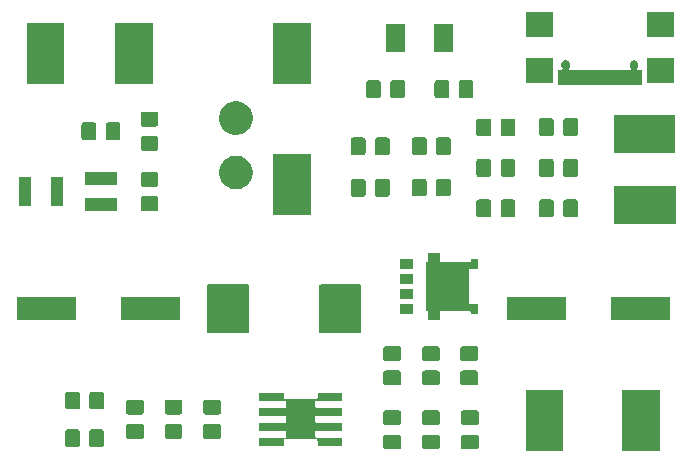
<source format=gbr>
G04 #@! TF.GenerationSoftware,KiCad,Pcbnew,(5.1.5)-3*
G04 #@! TF.CreationDate,2020-06-11T09:31:08-05:00*
G04 #@! TF.ProjectId,Li-ion 5A Boost 1A Charge Protect,4c692d69-6f6e-4203-9541-20426f6f7374,rev?*
G04 #@! TF.SameCoordinates,Original*
G04 #@! TF.FileFunction,Soldermask,Top*
G04 #@! TF.FilePolarity,Negative*
%FSLAX46Y46*%
G04 Gerber Fmt 4.6, Leading zero omitted, Abs format (unit mm)*
G04 Created by KiCad (PCBNEW (5.1.5)-3) date 2020-06-11 09:31:08*
%MOMM*%
%LPD*%
G04 APERTURE LIST*
%ADD10C,0.100000*%
G04 APERTURE END LIST*
D10*
G36*
X171501600Y-89706600D02*
G01*
X168298400Y-89706600D01*
X168298400Y-84503400D01*
X171501600Y-84503400D01*
X171501600Y-89706600D01*
G37*
G36*
X163351600Y-89706600D02*
G01*
X160148400Y-89706600D01*
X160148400Y-84503400D01*
X163351600Y-84503400D01*
X163351600Y-89706600D01*
G37*
G36*
X152732424Y-88287465D02*
G01*
X152770117Y-88298899D01*
X152804853Y-88317466D01*
X152835298Y-88342452D01*
X152860284Y-88372897D01*
X152878851Y-88407633D01*
X152890285Y-88445326D01*
X152894750Y-88490661D01*
X152894750Y-89327339D01*
X152890285Y-89372674D01*
X152878851Y-89410367D01*
X152860284Y-89445103D01*
X152835298Y-89475548D01*
X152804853Y-89500534D01*
X152770117Y-89519101D01*
X152732424Y-89530535D01*
X152687089Y-89535000D01*
X151600411Y-89535000D01*
X151555076Y-89530535D01*
X151517383Y-89519101D01*
X151482647Y-89500534D01*
X151452202Y-89475548D01*
X151427216Y-89445103D01*
X151408649Y-89410367D01*
X151397215Y-89372674D01*
X151392750Y-89327339D01*
X151392750Y-88490661D01*
X151397215Y-88445326D01*
X151408649Y-88407633D01*
X151427216Y-88372897D01*
X151452202Y-88342452D01*
X151482647Y-88317466D01*
X151517383Y-88298899D01*
X151555076Y-88287465D01*
X151600411Y-88283000D01*
X152687089Y-88283000D01*
X152732424Y-88287465D01*
G37*
G36*
X156015674Y-88287465D02*
G01*
X156053367Y-88298899D01*
X156088103Y-88317466D01*
X156118548Y-88342452D01*
X156143534Y-88372897D01*
X156162101Y-88407633D01*
X156173535Y-88445326D01*
X156178000Y-88490661D01*
X156178000Y-89327339D01*
X156173535Y-89372674D01*
X156162101Y-89410367D01*
X156143534Y-89445103D01*
X156118548Y-89475548D01*
X156088103Y-89500534D01*
X156053367Y-89519101D01*
X156015674Y-89530535D01*
X155970339Y-89535000D01*
X154883661Y-89535000D01*
X154838326Y-89530535D01*
X154800633Y-89519101D01*
X154765897Y-89500534D01*
X154735452Y-89475548D01*
X154710466Y-89445103D01*
X154691899Y-89410367D01*
X154680465Y-89372674D01*
X154676000Y-89327339D01*
X154676000Y-88490661D01*
X154680465Y-88445326D01*
X154691899Y-88407633D01*
X154710466Y-88372897D01*
X154735452Y-88342452D01*
X154765897Y-88317466D01*
X154800633Y-88298899D01*
X154838326Y-88287465D01*
X154883661Y-88283000D01*
X155970339Y-88283000D01*
X156015674Y-88287465D01*
G37*
G36*
X149449174Y-88287465D02*
G01*
X149486867Y-88298899D01*
X149521603Y-88317466D01*
X149552048Y-88342452D01*
X149577034Y-88372897D01*
X149595601Y-88407633D01*
X149607035Y-88445326D01*
X149611500Y-88490661D01*
X149611500Y-89327339D01*
X149607035Y-89372674D01*
X149595601Y-89410367D01*
X149577034Y-89445103D01*
X149552048Y-89475548D01*
X149521603Y-89500534D01*
X149486867Y-89519101D01*
X149449174Y-89530535D01*
X149403839Y-89535000D01*
X148317161Y-89535000D01*
X148271826Y-89530535D01*
X148234133Y-89519101D01*
X148199397Y-89500534D01*
X148168952Y-89475548D01*
X148143966Y-89445103D01*
X148125399Y-89410367D01*
X148113965Y-89372674D01*
X148109500Y-89327339D01*
X148109500Y-88490661D01*
X148113965Y-88445326D01*
X148125399Y-88407633D01*
X148143966Y-88372897D01*
X148168952Y-88342452D01*
X148199397Y-88317466D01*
X148234133Y-88298899D01*
X148271826Y-88287465D01*
X148317161Y-88283000D01*
X149403839Y-88283000D01*
X149449174Y-88287465D01*
G37*
G36*
X124310674Y-87853465D02*
G01*
X124348367Y-87864899D01*
X124383103Y-87883466D01*
X124413548Y-87908452D01*
X124438534Y-87938897D01*
X124457101Y-87973633D01*
X124468535Y-88011326D01*
X124473000Y-88056661D01*
X124473000Y-89143339D01*
X124468535Y-89188674D01*
X124457101Y-89226367D01*
X124438534Y-89261103D01*
X124413548Y-89291548D01*
X124383103Y-89316534D01*
X124348367Y-89335101D01*
X124310674Y-89346535D01*
X124265339Y-89351000D01*
X123428661Y-89351000D01*
X123383326Y-89346535D01*
X123345633Y-89335101D01*
X123310897Y-89316534D01*
X123280452Y-89291548D01*
X123255466Y-89261103D01*
X123236899Y-89226367D01*
X123225465Y-89188674D01*
X123221000Y-89143339D01*
X123221000Y-88056661D01*
X123225465Y-88011326D01*
X123236899Y-87973633D01*
X123255466Y-87938897D01*
X123280452Y-87908452D01*
X123310897Y-87883466D01*
X123345633Y-87864899D01*
X123383326Y-87853465D01*
X123428661Y-87849000D01*
X124265339Y-87849000D01*
X124310674Y-87853465D01*
G37*
G36*
X122260674Y-87853465D02*
G01*
X122298367Y-87864899D01*
X122333103Y-87883466D01*
X122363548Y-87908452D01*
X122388534Y-87938897D01*
X122407101Y-87973633D01*
X122418535Y-88011326D01*
X122423000Y-88056661D01*
X122423000Y-89143339D01*
X122418535Y-89188674D01*
X122407101Y-89226367D01*
X122388534Y-89261103D01*
X122363548Y-89291548D01*
X122333103Y-89316534D01*
X122298367Y-89335101D01*
X122260674Y-89346535D01*
X122215339Y-89351000D01*
X121378661Y-89351000D01*
X121333326Y-89346535D01*
X121295633Y-89335101D01*
X121260897Y-89316534D01*
X121230452Y-89291548D01*
X121205466Y-89261103D01*
X121186899Y-89226367D01*
X121175465Y-89188674D01*
X121171000Y-89143339D01*
X121171000Y-88056661D01*
X121175465Y-88011326D01*
X121186899Y-87973633D01*
X121205466Y-87938897D01*
X121230452Y-87908452D01*
X121260897Y-87883466D01*
X121295633Y-87864899D01*
X121333326Y-87853465D01*
X121378661Y-87849000D01*
X122215339Y-87849000D01*
X122260674Y-87853465D01*
G37*
G36*
X139661000Y-85158001D02*
G01*
X139663402Y-85182387D01*
X139670515Y-85205836D01*
X139682066Y-85227447D01*
X139697611Y-85246389D01*
X139716553Y-85261934D01*
X139738164Y-85273485D01*
X139761613Y-85280598D01*
X139785999Y-85283000D01*
X142414001Y-85283000D01*
X142438387Y-85280598D01*
X142461836Y-85273485D01*
X142483447Y-85261934D01*
X142502389Y-85246389D01*
X142517934Y-85227447D01*
X142529485Y-85205836D01*
X142536598Y-85182387D01*
X142539000Y-85158001D01*
X142539000Y-84728000D01*
X144611000Y-84728000D01*
X144611000Y-85430000D01*
X142415999Y-85430000D01*
X142391613Y-85432402D01*
X142368164Y-85439515D01*
X142346553Y-85451066D01*
X142327611Y-85466611D01*
X142312066Y-85485553D01*
X142300515Y-85507164D01*
X142293402Y-85530613D01*
X142291000Y-85554999D01*
X142291000Y-85873001D01*
X142293402Y-85897387D01*
X142300515Y-85920836D01*
X142312066Y-85942447D01*
X142327611Y-85961389D01*
X142346553Y-85976934D01*
X142368164Y-85988485D01*
X142391613Y-85995598D01*
X142415999Y-85998000D01*
X144611000Y-85998000D01*
X144611000Y-86700000D01*
X142415999Y-86700000D01*
X142391613Y-86702402D01*
X142368164Y-86709515D01*
X142346553Y-86721066D01*
X142327611Y-86736611D01*
X142312066Y-86755553D01*
X142300515Y-86777164D01*
X142293402Y-86800613D01*
X142291000Y-86824999D01*
X142291000Y-87143001D01*
X142293402Y-87167387D01*
X142300515Y-87190836D01*
X142312066Y-87212447D01*
X142327611Y-87231389D01*
X142346553Y-87246934D01*
X142368164Y-87258485D01*
X142391613Y-87265598D01*
X142415999Y-87268000D01*
X144611000Y-87268000D01*
X144611000Y-87970000D01*
X142415999Y-87970000D01*
X142391613Y-87972402D01*
X142368164Y-87979515D01*
X142346553Y-87991066D01*
X142327611Y-88006611D01*
X142312066Y-88025553D01*
X142300515Y-88047164D01*
X142293402Y-88070613D01*
X142291000Y-88094999D01*
X142291000Y-88413001D01*
X142293402Y-88437387D01*
X142300515Y-88460836D01*
X142312066Y-88482447D01*
X142327611Y-88501389D01*
X142346553Y-88516934D01*
X142368164Y-88528485D01*
X142391613Y-88535598D01*
X142415999Y-88538000D01*
X144611000Y-88538000D01*
X144611000Y-89240000D01*
X142539000Y-89240000D01*
X142539000Y-88809999D01*
X142536598Y-88785613D01*
X142529485Y-88762164D01*
X142517934Y-88740553D01*
X142502389Y-88721611D01*
X142483447Y-88706066D01*
X142461836Y-88694515D01*
X142438387Y-88687402D01*
X142414001Y-88685000D01*
X139785999Y-88685000D01*
X139761613Y-88687402D01*
X139738164Y-88694515D01*
X139716553Y-88706066D01*
X139697611Y-88721611D01*
X139682066Y-88740553D01*
X139670515Y-88762164D01*
X139663402Y-88785613D01*
X139661000Y-88809999D01*
X139661000Y-89240000D01*
X137589000Y-89240000D01*
X137589000Y-88538000D01*
X139784001Y-88538000D01*
X139808387Y-88535598D01*
X139831836Y-88528485D01*
X139853447Y-88516934D01*
X139872389Y-88501389D01*
X139887934Y-88482447D01*
X139899485Y-88460836D01*
X139906598Y-88437387D01*
X139909000Y-88413001D01*
X139909000Y-88094999D01*
X139906598Y-88070613D01*
X139899485Y-88047164D01*
X139887934Y-88025553D01*
X139872389Y-88006611D01*
X139853447Y-87991066D01*
X139831836Y-87979515D01*
X139808387Y-87972402D01*
X139784001Y-87970000D01*
X137589000Y-87970000D01*
X137589000Y-87268000D01*
X139784001Y-87268000D01*
X139808387Y-87265598D01*
X139831836Y-87258485D01*
X139853447Y-87246934D01*
X139872389Y-87231389D01*
X139887934Y-87212447D01*
X139899485Y-87190836D01*
X139906598Y-87167387D01*
X139909000Y-87143001D01*
X139909000Y-86824999D01*
X139906598Y-86800613D01*
X139899485Y-86777164D01*
X139887934Y-86755553D01*
X139872389Y-86736611D01*
X139853447Y-86721066D01*
X139831836Y-86709515D01*
X139808387Y-86702402D01*
X139784001Y-86700000D01*
X137589000Y-86700000D01*
X137589000Y-85998000D01*
X139784001Y-85998000D01*
X139808387Y-85995598D01*
X139831836Y-85988485D01*
X139853447Y-85976934D01*
X139872389Y-85961389D01*
X139887934Y-85942447D01*
X139899485Y-85920836D01*
X139906598Y-85897387D01*
X139909000Y-85873001D01*
X139909000Y-85554999D01*
X139906598Y-85530613D01*
X139899485Y-85507164D01*
X139887934Y-85485553D01*
X139872389Y-85466611D01*
X139853447Y-85451066D01*
X139831836Y-85439515D01*
X139808387Y-85432402D01*
X139784001Y-85430000D01*
X137589000Y-85430000D01*
X137589000Y-84728000D01*
X139661000Y-84728000D01*
X139661000Y-85158001D01*
G37*
G36*
X130933674Y-87387465D02*
G01*
X130971367Y-87398899D01*
X131006103Y-87417466D01*
X131036548Y-87442452D01*
X131061534Y-87472897D01*
X131080101Y-87507633D01*
X131091535Y-87545326D01*
X131096000Y-87590661D01*
X131096000Y-88427339D01*
X131091535Y-88472674D01*
X131080101Y-88510367D01*
X131061534Y-88545103D01*
X131036548Y-88575548D01*
X131006103Y-88600534D01*
X130971367Y-88619101D01*
X130933674Y-88630535D01*
X130888339Y-88635000D01*
X129801661Y-88635000D01*
X129756326Y-88630535D01*
X129718633Y-88619101D01*
X129683897Y-88600534D01*
X129653452Y-88575548D01*
X129628466Y-88545103D01*
X129609899Y-88510367D01*
X129598465Y-88472674D01*
X129594000Y-88427339D01*
X129594000Y-87590661D01*
X129598465Y-87545326D01*
X129609899Y-87507633D01*
X129628466Y-87472897D01*
X129653452Y-87442452D01*
X129683897Y-87417466D01*
X129718633Y-87398899D01*
X129756326Y-87387465D01*
X129801661Y-87383000D01*
X130888339Y-87383000D01*
X130933674Y-87387465D01*
G37*
G36*
X134200674Y-87387465D02*
G01*
X134238367Y-87398899D01*
X134273103Y-87417466D01*
X134303548Y-87442452D01*
X134328534Y-87472897D01*
X134347101Y-87507633D01*
X134358535Y-87545326D01*
X134363000Y-87590661D01*
X134363000Y-88427339D01*
X134358535Y-88472674D01*
X134347101Y-88510367D01*
X134328534Y-88545103D01*
X134303548Y-88575548D01*
X134273103Y-88600534D01*
X134238367Y-88619101D01*
X134200674Y-88630535D01*
X134155339Y-88635000D01*
X133068661Y-88635000D01*
X133023326Y-88630535D01*
X132985633Y-88619101D01*
X132950897Y-88600534D01*
X132920452Y-88575548D01*
X132895466Y-88545103D01*
X132876899Y-88510367D01*
X132865465Y-88472674D01*
X132861000Y-88427339D01*
X132861000Y-87590661D01*
X132865465Y-87545326D01*
X132876899Y-87507633D01*
X132895466Y-87472897D01*
X132920452Y-87442452D01*
X132950897Y-87417466D01*
X132985633Y-87398899D01*
X133023326Y-87387465D01*
X133068661Y-87383000D01*
X134155339Y-87383000D01*
X134200674Y-87387465D01*
G37*
G36*
X127666674Y-87387465D02*
G01*
X127704367Y-87398899D01*
X127739103Y-87417466D01*
X127769548Y-87442452D01*
X127794534Y-87472897D01*
X127813101Y-87507633D01*
X127824535Y-87545326D01*
X127829000Y-87590661D01*
X127829000Y-88427339D01*
X127824535Y-88472674D01*
X127813101Y-88510367D01*
X127794534Y-88545103D01*
X127769548Y-88575548D01*
X127739103Y-88600534D01*
X127704367Y-88619101D01*
X127666674Y-88630535D01*
X127621339Y-88635000D01*
X126534661Y-88635000D01*
X126489326Y-88630535D01*
X126451633Y-88619101D01*
X126416897Y-88600534D01*
X126386452Y-88575548D01*
X126361466Y-88545103D01*
X126342899Y-88510367D01*
X126331465Y-88472674D01*
X126327000Y-88427339D01*
X126327000Y-87590661D01*
X126331465Y-87545326D01*
X126342899Y-87507633D01*
X126361466Y-87472897D01*
X126386452Y-87442452D01*
X126416897Y-87417466D01*
X126451633Y-87398899D01*
X126489326Y-87387465D01*
X126534661Y-87383000D01*
X127621339Y-87383000D01*
X127666674Y-87387465D01*
G37*
G36*
X152732424Y-86237465D02*
G01*
X152770117Y-86248899D01*
X152804853Y-86267466D01*
X152835298Y-86292452D01*
X152860284Y-86322897D01*
X152878851Y-86357633D01*
X152890285Y-86395326D01*
X152894750Y-86440661D01*
X152894750Y-87277339D01*
X152890285Y-87322674D01*
X152878851Y-87360367D01*
X152860284Y-87395103D01*
X152835298Y-87425548D01*
X152804853Y-87450534D01*
X152770117Y-87469101D01*
X152732424Y-87480535D01*
X152687089Y-87485000D01*
X151600411Y-87485000D01*
X151555076Y-87480535D01*
X151517383Y-87469101D01*
X151482647Y-87450534D01*
X151452202Y-87425548D01*
X151427216Y-87395103D01*
X151408649Y-87360367D01*
X151397215Y-87322674D01*
X151392750Y-87277339D01*
X151392750Y-86440661D01*
X151397215Y-86395326D01*
X151408649Y-86357633D01*
X151427216Y-86322897D01*
X151452202Y-86292452D01*
X151482647Y-86267466D01*
X151517383Y-86248899D01*
X151555076Y-86237465D01*
X151600411Y-86233000D01*
X152687089Y-86233000D01*
X152732424Y-86237465D01*
G37*
G36*
X156015674Y-86237465D02*
G01*
X156053367Y-86248899D01*
X156088103Y-86267466D01*
X156118548Y-86292452D01*
X156143534Y-86322897D01*
X156162101Y-86357633D01*
X156173535Y-86395326D01*
X156178000Y-86440661D01*
X156178000Y-87277339D01*
X156173535Y-87322674D01*
X156162101Y-87360367D01*
X156143534Y-87395103D01*
X156118548Y-87425548D01*
X156088103Y-87450534D01*
X156053367Y-87469101D01*
X156015674Y-87480535D01*
X155970339Y-87485000D01*
X154883661Y-87485000D01*
X154838326Y-87480535D01*
X154800633Y-87469101D01*
X154765897Y-87450534D01*
X154735452Y-87425548D01*
X154710466Y-87395103D01*
X154691899Y-87360367D01*
X154680465Y-87322674D01*
X154676000Y-87277339D01*
X154676000Y-86440661D01*
X154680465Y-86395326D01*
X154691899Y-86357633D01*
X154710466Y-86322897D01*
X154735452Y-86292452D01*
X154765897Y-86267466D01*
X154800633Y-86248899D01*
X154838326Y-86237465D01*
X154883661Y-86233000D01*
X155970339Y-86233000D01*
X156015674Y-86237465D01*
G37*
G36*
X149449174Y-86237465D02*
G01*
X149486867Y-86248899D01*
X149521603Y-86267466D01*
X149552048Y-86292452D01*
X149577034Y-86322897D01*
X149595601Y-86357633D01*
X149607035Y-86395326D01*
X149611500Y-86440661D01*
X149611500Y-87277339D01*
X149607035Y-87322674D01*
X149595601Y-87360367D01*
X149577034Y-87395103D01*
X149552048Y-87425548D01*
X149521603Y-87450534D01*
X149486867Y-87469101D01*
X149449174Y-87480535D01*
X149403839Y-87485000D01*
X148317161Y-87485000D01*
X148271826Y-87480535D01*
X148234133Y-87469101D01*
X148199397Y-87450534D01*
X148168952Y-87425548D01*
X148143966Y-87395103D01*
X148125399Y-87360367D01*
X148113965Y-87322674D01*
X148109500Y-87277339D01*
X148109500Y-86440661D01*
X148113965Y-86395326D01*
X148125399Y-86357633D01*
X148143966Y-86322897D01*
X148168952Y-86292452D01*
X148199397Y-86267466D01*
X148234133Y-86248899D01*
X148271826Y-86237465D01*
X148317161Y-86233000D01*
X149403839Y-86233000D01*
X149449174Y-86237465D01*
G37*
G36*
X130933674Y-85337465D02*
G01*
X130971367Y-85348899D01*
X131006103Y-85367466D01*
X131036548Y-85392452D01*
X131061534Y-85422897D01*
X131080101Y-85457633D01*
X131091535Y-85495326D01*
X131096000Y-85540661D01*
X131096000Y-86377339D01*
X131091535Y-86422674D01*
X131080101Y-86460367D01*
X131061534Y-86495103D01*
X131036548Y-86525548D01*
X131006103Y-86550534D01*
X130971367Y-86569101D01*
X130933674Y-86580535D01*
X130888339Y-86585000D01*
X129801661Y-86585000D01*
X129756326Y-86580535D01*
X129718633Y-86569101D01*
X129683897Y-86550534D01*
X129653452Y-86525548D01*
X129628466Y-86495103D01*
X129609899Y-86460367D01*
X129598465Y-86422674D01*
X129594000Y-86377339D01*
X129594000Y-85540661D01*
X129598465Y-85495326D01*
X129609899Y-85457633D01*
X129628466Y-85422897D01*
X129653452Y-85392452D01*
X129683897Y-85367466D01*
X129718633Y-85348899D01*
X129756326Y-85337465D01*
X129801661Y-85333000D01*
X130888339Y-85333000D01*
X130933674Y-85337465D01*
G37*
G36*
X127666674Y-85337465D02*
G01*
X127704367Y-85348899D01*
X127739103Y-85367466D01*
X127769548Y-85392452D01*
X127794534Y-85422897D01*
X127813101Y-85457633D01*
X127824535Y-85495326D01*
X127829000Y-85540661D01*
X127829000Y-86377339D01*
X127824535Y-86422674D01*
X127813101Y-86460367D01*
X127794534Y-86495103D01*
X127769548Y-86525548D01*
X127739103Y-86550534D01*
X127704367Y-86569101D01*
X127666674Y-86580535D01*
X127621339Y-86585000D01*
X126534661Y-86585000D01*
X126489326Y-86580535D01*
X126451633Y-86569101D01*
X126416897Y-86550534D01*
X126386452Y-86525548D01*
X126361466Y-86495103D01*
X126342899Y-86460367D01*
X126331465Y-86422674D01*
X126327000Y-86377339D01*
X126327000Y-85540661D01*
X126331465Y-85495326D01*
X126342899Y-85457633D01*
X126361466Y-85422897D01*
X126386452Y-85392452D01*
X126416897Y-85367466D01*
X126451633Y-85348899D01*
X126489326Y-85337465D01*
X126534661Y-85333000D01*
X127621339Y-85333000D01*
X127666674Y-85337465D01*
G37*
G36*
X134200674Y-85337465D02*
G01*
X134238367Y-85348899D01*
X134273103Y-85367466D01*
X134303548Y-85392452D01*
X134328534Y-85422897D01*
X134347101Y-85457633D01*
X134358535Y-85495326D01*
X134363000Y-85540661D01*
X134363000Y-86377339D01*
X134358535Y-86422674D01*
X134347101Y-86460367D01*
X134328534Y-86495103D01*
X134303548Y-86525548D01*
X134273103Y-86550534D01*
X134238367Y-86569101D01*
X134200674Y-86580535D01*
X134155339Y-86585000D01*
X133068661Y-86585000D01*
X133023326Y-86580535D01*
X132985633Y-86569101D01*
X132950897Y-86550534D01*
X132920452Y-86525548D01*
X132895466Y-86495103D01*
X132876899Y-86460367D01*
X132865465Y-86422674D01*
X132861000Y-86377339D01*
X132861000Y-85540661D01*
X132865465Y-85495326D01*
X132876899Y-85457633D01*
X132895466Y-85422897D01*
X132920452Y-85392452D01*
X132950897Y-85367466D01*
X132985633Y-85348899D01*
X133023326Y-85337465D01*
X133068661Y-85333000D01*
X134155339Y-85333000D01*
X134200674Y-85337465D01*
G37*
G36*
X124310674Y-84653465D02*
G01*
X124348367Y-84664899D01*
X124383103Y-84683466D01*
X124413548Y-84708452D01*
X124438534Y-84738897D01*
X124457101Y-84773633D01*
X124468535Y-84811326D01*
X124473000Y-84856661D01*
X124473000Y-85943339D01*
X124468535Y-85988674D01*
X124457101Y-86026367D01*
X124438534Y-86061103D01*
X124413548Y-86091548D01*
X124383103Y-86116534D01*
X124348367Y-86135101D01*
X124310674Y-86146535D01*
X124265339Y-86151000D01*
X123428661Y-86151000D01*
X123383326Y-86146535D01*
X123345633Y-86135101D01*
X123310897Y-86116534D01*
X123280452Y-86091548D01*
X123255466Y-86061103D01*
X123236899Y-86026367D01*
X123225465Y-85988674D01*
X123221000Y-85943339D01*
X123221000Y-84856661D01*
X123225465Y-84811326D01*
X123236899Y-84773633D01*
X123255466Y-84738897D01*
X123280452Y-84708452D01*
X123310897Y-84683466D01*
X123345633Y-84664899D01*
X123383326Y-84653465D01*
X123428661Y-84649000D01*
X124265339Y-84649000D01*
X124310674Y-84653465D01*
G37*
G36*
X122260674Y-84653465D02*
G01*
X122298367Y-84664899D01*
X122333103Y-84683466D01*
X122363548Y-84708452D01*
X122388534Y-84738897D01*
X122407101Y-84773633D01*
X122418535Y-84811326D01*
X122423000Y-84856661D01*
X122423000Y-85943339D01*
X122418535Y-85988674D01*
X122407101Y-86026367D01*
X122388534Y-86061103D01*
X122363548Y-86091548D01*
X122333103Y-86116534D01*
X122298367Y-86135101D01*
X122260674Y-86146535D01*
X122215339Y-86151000D01*
X121378661Y-86151000D01*
X121333326Y-86146535D01*
X121295633Y-86135101D01*
X121260897Y-86116534D01*
X121230452Y-86091548D01*
X121205466Y-86061103D01*
X121186899Y-86026367D01*
X121175465Y-85988674D01*
X121171000Y-85943339D01*
X121171000Y-84856661D01*
X121175465Y-84811326D01*
X121186899Y-84773633D01*
X121205466Y-84738897D01*
X121230452Y-84708452D01*
X121260897Y-84683466D01*
X121295633Y-84664899D01*
X121333326Y-84653465D01*
X121378661Y-84649000D01*
X122215339Y-84649000D01*
X122260674Y-84653465D01*
G37*
G36*
X149449174Y-82862465D02*
G01*
X149486867Y-82873899D01*
X149521603Y-82892466D01*
X149552048Y-82917452D01*
X149577034Y-82947897D01*
X149595601Y-82982633D01*
X149607035Y-83020326D01*
X149611500Y-83065661D01*
X149611500Y-83902339D01*
X149607035Y-83947674D01*
X149595601Y-83985367D01*
X149577034Y-84020103D01*
X149552048Y-84050548D01*
X149521603Y-84075534D01*
X149486867Y-84094101D01*
X149449174Y-84105535D01*
X149403839Y-84110000D01*
X148317161Y-84110000D01*
X148271826Y-84105535D01*
X148234133Y-84094101D01*
X148199397Y-84075534D01*
X148168952Y-84050548D01*
X148143966Y-84020103D01*
X148125399Y-83985367D01*
X148113965Y-83947674D01*
X148109500Y-83902339D01*
X148109500Y-83065661D01*
X148113965Y-83020326D01*
X148125399Y-82982633D01*
X148143966Y-82947897D01*
X148168952Y-82917452D01*
X148199397Y-82892466D01*
X148234133Y-82873899D01*
X148271826Y-82862465D01*
X148317161Y-82858000D01*
X149403839Y-82858000D01*
X149449174Y-82862465D01*
G37*
G36*
X152732424Y-82862465D02*
G01*
X152770117Y-82873899D01*
X152804853Y-82892466D01*
X152835298Y-82917452D01*
X152860284Y-82947897D01*
X152878851Y-82982633D01*
X152890285Y-83020326D01*
X152894750Y-83065661D01*
X152894750Y-83902339D01*
X152890285Y-83947674D01*
X152878851Y-83985367D01*
X152860284Y-84020103D01*
X152835298Y-84050548D01*
X152804853Y-84075534D01*
X152770117Y-84094101D01*
X152732424Y-84105535D01*
X152687089Y-84110000D01*
X151600411Y-84110000D01*
X151555076Y-84105535D01*
X151517383Y-84094101D01*
X151482647Y-84075534D01*
X151452202Y-84050548D01*
X151427216Y-84020103D01*
X151408649Y-83985367D01*
X151397215Y-83947674D01*
X151392750Y-83902339D01*
X151392750Y-83065661D01*
X151397215Y-83020326D01*
X151408649Y-82982633D01*
X151427216Y-82947897D01*
X151452202Y-82917452D01*
X151482647Y-82892466D01*
X151517383Y-82873899D01*
X151555076Y-82862465D01*
X151600411Y-82858000D01*
X152687089Y-82858000D01*
X152732424Y-82862465D01*
G37*
G36*
X155970674Y-82862465D02*
G01*
X156008367Y-82873899D01*
X156043103Y-82892466D01*
X156073548Y-82917452D01*
X156098534Y-82947897D01*
X156117101Y-82982633D01*
X156128535Y-83020326D01*
X156133000Y-83065661D01*
X156133000Y-83902339D01*
X156128535Y-83947674D01*
X156117101Y-83985367D01*
X156098534Y-84020103D01*
X156073548Y-84050548D01*
X156043103Y-84075534D01*
X156008367Y-84094101D01*
X155970674Y-84105535D01*
X155925339Y-84110000D01*
X154838661Y-84110000D01*
X154793326Y-84105535D01*
X154755633Y-84094101D01*
X154720897Y-84075534D01*
X154690452Y-84050548D01*
X154665466Y-84020103D01*
X154646899Y-83985367D01*
X154635465Y-83947674D01*
X154631000Y-83902339D01*
X154631000Y-83065661D01*
X154635465Y-83020326D01*
X154646899Y-82982633D01*
X154665466Y-82947897D01*
X154690452Y-82917452D01*
X154720897Y-82892466D01*
X154755633Y-82873899D01*
X154793326Y-82862465D01*
X154838661Y-82858000D01*
X155925339Y-82858000D01*
X155970674Y-82862465D01*
G37*
G36*
X149449174Y-80812465D02*
G01*
X149486867Y-80823899D01*
X149521603Y-80842466D01*
X149552048Y-80867452D01*
X149577034Y-80897897D01*
X149595601Y-80932633D01*
X149607035Y-80970326D01*
X149611500Y-81015661D01*
X149611500Y-81852339D01*
X149607035Y-81897674D01*
X149595601Y-81935367D01*
X149577034Y-81970103D01*
X149552048Y-82000548D01*
X149521603Y-82025534D01*
X149486867Y-82044101D01*
X149449174Y-82055535D01*
X149403839Y-82060000D01*
X148317161Y-82060000D01*
X148271826Y-82055535D01*
X148234133Y-82044101D01*
X148199397Y-82025534D01*
X148168952Y-82000548D01*
X148143966Y-81970103D01*
X148125399Y-81935367D01*
X148113965Y-81897674D01*
X148109500Y-81852339D01*
X148109500Y-81015661D01*
X148113965Y-80970326D01*
X148125399Y-80932633D01*
X148143966Y-80897897D01*
X148168952Y-80867452D01*
X148199397Y-80842466D01*
X148234133Y-80823899D01*
X148271826Y-80812465D01*
X148317161Y-80808000D01*
X149403839Y-80808000D01*
X149449174Y-80812465D01*
G37*
G36*
X155970674Y-80812465D02*
G01*
X156008367Y-80823899D01*
X156043103Y-80842466D01*
X156073548Y-80867452D01*
X156098534Y-80897897D01*
X156117101Y-80932633D01*
X156128535Y-80970326D01*
X156133000Y-81015661D01*
X156133000Y-81852339D01*
X156128535Y-81897674D01*
X156117101Y-81935367D01*
X156098534Y-81970103D01*
X156073548Y-82000548D01*
X156043103Y-82025534D01*
X156008367Y-82044101D01*
X155970674Y-82055535D01*
X155925339Y-82060000D01*
X154838661Y-82060000D01*
X154793326Y-82055535D01*
X154755633Y-82044101D01*
X154720897Y-82025534D01*
X154690452Y-82000548D01*
X154665466Y-81970103D01*
X154646899Y-81935367D01*
X154635465Y-81897674D01*
X154631000Y-81852339D01*
X154631000Y-81015661D01*
X154635465Y-80970326D01*
X154646899Y-80932633D01*
X154665466Y-80897897D01*
X154690452Y-80867452D01*
X154720897Y-80842466D01*
X154755633Y-80823899D01*
X154793326Y-80812465D01*
X154838661Y-80808000D01*
X155925339Y-80808000D01*
X155970674Y-80812465D01*
G37*
G36*
X152732424Y-80812465D02*
G01*
X152770117Y-80823899D01*
X152804853Y-80842466D01*
X152835298Y-80867452D01*
X152860284Y-80897897D01*
X152878851Y-80932633D01*
X152890285Y-80970326D01*
X152894750Y-81015661D01*
X152894750Y-81852339D01*
X152890285Y-81897674D01*
X152878851Y-81935367D01*
X152860284Y-81970103D01*
X152835298Y-82000548D01*
X152804853Y-82025534D01*
X152770117Y-82044101D01*
X152732424Y-82055535D01*
X152687089Y-82060000D01*
X151600411Y-82060000D01*
X151555076Y-82055535D01*
X151517383Y-82044101D01*
X151482647Y-82025534D01*
X151452202Y-82000548D01*
X151427216Y-81970103D01*
X151408649Y-81935367D01*
X151397215Y-81897674D01*
X151392750Y-81852339D01*
X151392750Y-81015661D01*
X151397215Y-80970326D01*
X151408649Y-80932633D01*
X151427216Y-80897897D01*
X151452202Y-80867452D01*
X151482647Y-80842466D01*
X151517383Y-80823899D01*
X151555076Y-80812465D01*
X151600411Y-80808000D01*
X152687089Y-80808000D01*
X152732424Y-80812465D01*
G37*
G36*
X136609657Y-75575764D02*
G01*
X136642456Y-75585714D01*
X136672685Y-75601872D01*
X136699183Y-75623617D01*
X136720928Y-75650115D01*
X136737086Y-75680344D01*
X136747036Y-75713143D01*
X136751000Y-75753396D01*
X136751000Y-79492204D01*
X136747036Y-79532457D01*
X136737086Y-79565256D01*
X136720928Y-79595485D01*
X136699183Y-79621983D01*
X136672685Y-79643728D01*
X136642456Y-79659886D01*
X136609657Y-79669836D01*
X136569404Y-79673800D01*
X133330596Y-79673800D01*
X133290343Y-79669836D01*
X133257544Y-79659886D01*
X133227315Y-79643728D01*
X133200817Y-79621983D01*
X133179072Y-79595485D01*
X133162914Y-79565256D01*
X133152964Y-79532457D01*
X133149000Y-79492204D01*
X133149000Y-75753396D01*
X133152964Y-75713143D01*
X133162914Y-75680344D01*
X133179072Y-75650115D01*
X133200817Y-75623617D01*
X133227315Y-75601872D01*
X133257544Y-75585714D01*
X133290343Y-75575764D01*
X133330596Y-75571800D01*
X136569404Y-75571800D01*
X136609657Y-75575764D01*
G37*
G36*
X146109657Y-75575764D02*
G01*
X146142456Y-75585714D01*
X146172685Y-75601872D01*
X146199183Y-75623617D01*
X146220928Y-75650115D01*
X146237086Y-75680344D01*
X146247036Y-75713143D01*
X146251000Y-75753396D01*
X146251000Y-79492204D01*
X146247036Y-79532457D01*
X146237086Y-79565256D01*
X146220928Y-79595485D01*
X146199183Y-79621983D01*
X146172685Y-79643728D01*
X146142456Y-79659886D01*
X146109657Y-79669836D01*
X146069404Y-79673800D01*
X142830596Y-79673800D01*
X142790343Y-79669836D01*
X142757544Y-79659886D01*
X142727315Y-79643728D01*
X142700817Y-79621983D01*
X142679072Y-79595485D01*
X142662914Y-79565256D01*
X142652964Y-79532457D01*
X142649000Y-79492204D01*
X142649000Y-75753396D01*
X142652964Y-75713143D01*
X142662914Y-75680344D01*
X142679072Y-75650115D01*
X142700817Y-75623617D01*
X142727315Y-75601872D01*
X142757544Y-75585714D01*
X142790343Y-75575764D01*
X142830596Y-75571800D01*
X146069404Y-75571800D01*
X146109657Y-75575764D01*
G37*
G36*
X163601000Y-78623800D02*
G01*
X158599000Y-78623800D01*
X158599000Y-76621800D01*
X163601000Y-76621800D01*
X163601000Y-78623800D01*
G37*
G36*
X172401000Y-78623800D02*
G01*
X167399000Y-78623800D01*
X167399000Y-76621800D01*
X172401000Y-76621800D01*
X172401000Y-78623800D01*
G37*
G36*
X130901000Y-78623800D02*
G01*
X125899000Y-78623800D01*
X125899000Y-76621800D01*
X130901000Y-76621800D01*
X130901000Y-78623800D01*
G37*
G36*
X122101000Y-78623800D02*
G01*
X117099000Y-78623800D01*
X117099000Y-76621800D01*
X122101000Y-76621800D01*
X122101000Y-78623800D01*
G37*
G36*
X152881000Y-73574001D02*
G01*
X152883402Y-73598387D01*
X152890515Y-73621836D01*
X152902066Y-73643447D01*
X152917611Y-73662389D01*
X152936553Y-73677934D01*
X152958164Y-73689485D01*
X152981613Y-73696598D01*
X153005999Y-73699000D01*
X155379001Y-73699000D01*
X155403387Y-73696598D01*
X155426836Y-73689485D01*
X155448447Y-73677934D01*
X155467389Y-73662389D01*
X155482934Y-73643447D01*
X155494485Y-73621836D01*
X155501598Y-73598387D01*
X155504000Y-73574001D01*
X155504000Y-73419000D01*
X156081000Y-73419000D01*
X156081000Y-74271000D01*
X155453499Y-74271000D01*
X155429113Y-74273402D01*
X155405664Y-74280515D01*
X155384053Y-74292066D01*
X155365111Y-74307611D01*
X155349566Y-74326553D01*
X155338015Y-74348164D01*
X155330902Y-74371613D01*
X155328500Y-74395999D01*
X155328500Y-77104001D01*
X155330902Y-77128387D01*
X155338015Y-77151836D01*
X155349566Y-77173447D01*
X155365111Y-77192389D01*
X155384053Y-77207934D01*
X155405664Y-77219485D01*
X155429113Y-77226598D01*
X155453499Y-77229000D01*
X156081000Y-77229000D01*
X156081000Y-78081000D01*
X155504000Y-78081000D01*
X155504000Y-77925999D01*
X155501598Y-77901613D01*
X155494485Y-77878164D01*
X155482934Y-77856553D01*
X155467389Y-77837611D01*
X155448447Y-77822066D01*
X155426836Y-77810515D01*
X155403387Y-77803402D01*
X155379001Y-77801000D01*
X153005999Y-77801000D01*
X152981613Y-77803402D01*
X152958164Y-77810515D01*
X152936553Y-77822066D01*
X152917611Y-77837611D01*
X152902066Y-77856553D01*
X152890515Y-77878164D01*
X152883402Y-77901613D01*
X152881000Y-77925999D01*
X152881000Y-78576000D01*
X151874000Y-78576000D01*
X151874000Y-77925999D01*
X151871598Y-77901613D01*
X151864485Y-77878164D01*
X151852934Y-77856553D01*
X151837389Y-77837611D01*
X151818447Y-77822066D01*
X151796836Y-77810515D01*
X151773387Y-77803402D01*
X151749001Y-77801000D01*
X151726500Y-77801000D01*
X151726500Y-73699000D01*
X151749001Y-73699000D01*
X151773387Y-73696598D01*
X151796836Y-73689485D01*
X151818447Y-73677934D01*
X151837389Y-73662389D01*
X151852934Y-73643447D01*
X151864485Y-73621836D01*
X151871598Y-73598387D01*
X151874000Y-73574001D01*
X151874000Y-72924000D01*
X152881000Y-72924000D01*
X152881000Y-73574001D01*
G37*
G36*
X150586000Y-78081000D02*
G01*
X149484000Y-78081000D01*
X149484000Y-77229000D01*
X150586000Y-77229000D01*
X150586000Y-78081000D01*
G37*
G36*
X150586000Y-76811000D02*
G01*
X149484000Y-76811000D01*
X149484000Y-75959000D01*
X150586000Y-75959000D01*
X150586000Y-76811000D01*
G37*
G36*
X150586000Y-75541000D02*
G01*
X149484000Y-75541000D01*
X149484000Y-74689000D01*
X150586000Y-74689000D01*
X150586000Y-75541000D01*
G37*
G36*
X150586000Y-74271000D02*
G01*
X149484000Y-74271000D01*
X149484000Y-73419000D01*
X150586000Y-73419000D01*
X150586000Y-74271000D01*
G37*
G36*
X172851600Y-70451600D02*
G01*
X167648400Y-70451600D01*
X167648400Y-67248400D01*
X172851600Y-67248400D01*
X172851600Y-70451600D01*
G37*
G36*
X162378674Y-68383465D02*
G01*
X162416367Y-68394899D01*
X162451103Y-68413466D01*
X162481548Y-68438452D01*
X162506534Y-68468897D01*
X162525101Y-68503633D01*
X162536535Y-68541326D01*
X162541000Y-68586661D01*
X162541000Y-69673339D01*
X162536535Y-69718674D01*
X162525101Y-69756367D01*
X162506534Y-69791103D01*
X162481548Y-69821548D01*
X162451103Y-69846534D01*
X162416367Y-69865101D01*
X162378674Y-69876535D01*
X162333339Y-69881000D01*
X161496661Y-69881000D01*
X161451326Y-69876535D01*
X161413633Y-69865101D01*
X161378897Y-69846534D01*
X161348452Y-69821548D01*
X161323466Y-69791103D01*
X161304899Y-69756367D01*
X161293465Y-69718674D01*
X161289000Y-69673339D01*
X161289000Y-68586661D01*
X161293465Y-68541326D01*
X161304899Y-68503633D01*
X161323466Y-68468897D01*
X161348452Y-68438452D01*
X161378897Y-68413466D01*
X161413633Y-68394899D01*
X161451326Y-68383465D01*
X161496661Y-68379000D01*
X162333339Y-68379000D01*
X162378674Y-68383465D01*
G37*
G36*
X159128674Y-68383465D02*
G01*
X159166367Y-68394899D01*
X159201103Y-68413466D01*
X159231548Y-68438452D01*
X159256534Y-68468897D01*
X159275101Y-68503633D01*
X159286535Y-68541326D01*
X159291000Y-68586661D01*
X159291000Y-69673339D01*
X159286535Y-69718674D01*
X159275101Y-69756367D01*
X159256534Y-69791103D01*
X159231548Y-69821548D01*
X159201103Y-69846534D01*
X159166367Y-69865101D01*
X159128674Y-69876535D01*
X159083339Y-69881000D01*
X158246661Y-69881000D01*
X158201326Y-69876535D01*
X158163633Y-69865101D01*
X158128897Y-69846534D01*
X158098452Y-69821548D01*
X158073466Y-69791103D01*
X158054899Y-69756367D01*
X158043465Y-69718674D01*
X158039000Y-69673339D01*
X158039000Y-68586661D01*
X158043465Y-68541326D01*
X158054899Y-68503633D01*
X158073466Y-68468897D01*
X158098452Y-68438452D01*
X158128897Y-68413466D01*
X158163633Y-68394899D01*
X158201326Y-68383465D01*
X158246661Y-68379000D01*
X159083339Y-68379000D01*
X159128674Y-68383465D01*
G37*
G36*
X157078674Y-68383465D02*
G01*
X157116367Y-68394899D01*
X157151103Y-68413466D01*
X157181548Y-68438452D01*
X157206534Y-68468897D01*
X157225101Y-68503633D01*
X157236535Y-68541326D01*
X157241000Y-68586661D01*
X157241000Y-69673339D01*
X157236535Y-69718674D01*
X157225101Y-69756367D01*
X157206534Y-69791103D01*
X157181548Y-69821548D01*
X157151103Y-69846534D01*
X157116367Y-69865101D01*
X157078674Y-69876535D01*
X157033339Y-69881000D01*
X156196661Y-69881000D01*
X156151326Y-69876535D01*
X156113633Y-69865101D01*
X156078897Y-69846534D01*
X156048452Y-69821548D01*
X156023466Y-69791103D01*
X156004899Y-69756367D01*
X155993465Y-69718674D01*
X155989000Y-69673339D01*
X155989000Y-68586661D01*
X155993465Y-68541326D01*
X156004899Y-68503633D01*
X156023466Y-68468897D01*
X156048452Y-68438452D01*
X156078897Y-68413466D01*
X156113633Y-68394899D01*
X156151326Y-68383465D01*
X156196661Y-68379000D01*
X157033339Y-68379000D01*
X157078674Y-68383465D01*
G37*
G36*
X164428674Y-68383465D02*
G01*
X164466367Y-68394899D01*
X164501103Y-68413466D01*
X164531548Y-68438452D01*
X164556534Y-68468897D01*
X164575101Y-68503633D01*
X164586535Y-68541326D01*
X164591000Y-68586661D01*
X164591000Y-69673339D01*
X164586535Y-69718674D01*
X164575101Y-69756367D01*
X164556534Y-69791103D01*
X164531548Y-69821548D01*
X164501103Y-69846534D01*
X164466367Y-69865101D01*
X164428674Y-69876535D01*
X164383339Y-69881000D01*
X163546661Y-69881000D01*
X163501326Y-69876535D01*
X163463633Y-69865101D01*
X163428897Y-69846534D01*
X163398452Y-69821548D01*
X163373466Y-69791103D01*
X163354899Y-69756367D01*
X163343465Y-69718674D01*
X163339000Y-69673339D01*
X163339000Y-68586661D01*
X163343465Y-68541326D01*
X163354899Y-68503633D01*
X163373466Y-68468897D01*
X163398452Y-68438452D01*
X163428897Y-68413466D01*
X163463633Y-68394899D01*
X163501326Y-68383465D01*
X163546661Y-68379000D01*
X164383339Y-68379000D01*
X164428674Y-68383465D01*
G37*
G36*
X141951600Y-69701600D02*
G01*
X138748400Y-69701600D01*
X138748400Y-64498400D01*
X141951600Y-64498400D01*
X141951600Y-69701600D01*
G37*
G36*
X125526000Y-69381000D02*
G01*
X122874000Y-69381000D01*
X122874000Y-68219000D01*
X125526000Y-68219000D01*
X125526000Y-69381000D01*
G37*
G36*
X128888674Y-68103465D02*
G01*
X128926367Y-68114899D01*
X128961103Y-68133466D01*
X128991548Y-68158452D01*
X129016534Y-68188897D01*
X129035101Y-68223633D01*
X129046535Y-68261326D01*
X129051000Y-68306661D01*
X129051000Y-69143339D01*
X129046535Y-69188674D01*
X129035101Y-69226367D01*
X129016534Y-69261103D01*
X128991548Y-69291548D01*
X128961103Y-69316534D01*
X128926367Y-69335101D01*
X128888674Y-69346535D01*
X128843339Y-69351000D01*
X127756661Y-69351000D01*
X127711326Y-69346535D01*
X127673633Y-69335101D01*
X127638897Y-69316534D01*
X127608452Y-69291548D01*
X127583466Y-69261103D01*
X127564899Y-69226367D01*
X127553465Y-69188674D01*
X127549000Y-69143339D01*
X127549000Y-68306661D01*
X127553465Y-68261326D01*
X127564899Y-68223633D01*
X127583466Y-68188897D01*
X127608452Y-68158452D01*
X127638897Y-68133466D01*
X127673633Y-68114899D01*
X127711326Y-68103465D01*
X127756661Y-68099000D01*
X128843339Y-68099000D01*
X128888674Y-68103465D01*
G37*
G36*
X120951000Y-68951000D02*
G01*
X119949000Y-68951000D01*
X119949000Y-66449000D01*
X120951000Y-66449000D01*
X120951000Y-68951000D01*
G37*
G36*
X118251000Y-68951000D02*
G01*
X117249000Y-68951000D01*
X117249000Y-66449000D01*
X118251000Y-66449000D01*
X118251000Y-68951000D01*
G37*
G36*
X146438674Y-66633465D02*
G01*
X146476367Y-66644899D01*
X146511103Y-66663466D01*
X146541548Y-66688452D01*
X146566534Y-66718897D01*
X146585101Y-66753633D01*
X146596535Y-66791326D01*
X146601000Y-66836661D01*
X146601000Y-67923339D01*
X146596535Y-67968674D01*
X146585101Y-68006367D01*
X146566534Y-68041103D01*
X146541548Y-68071548D01*
X146511103Y-68096534D01*
X146476367Y-68115101D01*
X146438674Y-68126535D01*
X146393339Y-68131000D01*
X145556661Y-68131000D01*
X145511326Y-68126535D01*
X145473633Y-68115101D01*
X145438897Y-68096534D01*
X145408452Y-68071548D01*
X145383466Y-68041103D01*
X145364899Y-68006367D01*
X145353465Y-67968674D01*
X145349000Y-67923339D01*
X145349000Y-66836661D01*
X145353465Y-66791326D01*
X145364899Y-66753633D01*
X145383466Y-66718897D01*
X145408452Y-66688452D01*
X145438897Y-66663466D01*
X145473633Y-66644899D01*
X145511326Y-66633465D01*
X145556661Y-66629000D01*
X146393339Y-66629000D01*
X146438674Y-66633465D01*
G37*
G36*
X148488674Y-66633465D02*
G01*
X148526367Y-66644899D01*
X148561103Y-66663466D01*
X148591548Y-66688452D01*
X148616534Y-66718897D01*
X148635101Y-66753633D01*
X148646535Y-66791326D01*
X148651000Y-66836661D01*
X148651000Y-67923339D01*
X148646535Y-67968674D01*
X148635101Y-68006367D01*
X148616534Y-68041103D01*
X148591548Y-68071548D01*
X148561103Y-68096534D01*
X148526367Y-68115101D01*
X148488674Y-68126535D01*
X148443339Y-68131000D01*
X147606661Y-68131000D01*
X147561326Y-68126535D01*
X147523633Y-68115101D01*
X147488897Y-68096534D01*
X147458452Y-68071548D01*
X147433466Y-68041103D01*
X147414899Y-68006367D01*
X147403465Y-67968674D01*
X147399000Y-67923339D01*
X147399000Y-66836661D01*
X147403465Y-66791326D01*
X147414899Y-66753633D01*
X147433466Y-66718897D01*
X147458452Y-66688452D01*
X147488897Y-66663466D01*
X147523633Y-66644899D01*
X147561326Y-66633465D01*
X147606661Y-66629000D01*
X148443339Y-66629000D01*
X148488674Y-66633465D01*
G37*
G36*
X153658674Y-66623465D02*
G01*
X153696367Y-66634899D01*
X153731103Y-66653466D01*
X153761548Y-66678452D01*
X153786534Y-66708897D01*
X153805101Y-66743633D01*
X153816535Y-66781326D01*
X153821000Y-66826661D01*
X153821000Y-67913339D01*
X153816535Y-67958674D01*
X153805101Y-67996367D01*
X153786534Y-68031103D01*
X153761548Y-68061548D01*
X153731103Y-68086534D01*
X153696367Y-68105101D01*
X153658674Y-68116535D01*
X153613339Y-68121000D01*
X152776661Y-68121000D01*
X152731326Y-68116535D01*
X152693633Y-68105101D01*
X152658897Y-68086534D01*
X152628452Y-68061548D01*
X152603466Y-68031103D01*
X152584899Y-67996367D01*
X152573465Y-67958674D01*
X152569000Y-67913339D01*
X152569000Y-66826661D01*
X152573465Y-66781326D01*
X152584899Y-66743633D01*
X152603466Y-66708897D01*
X152628452Y-66678452D01*
X152658897Y-66653466D01*
X152693633Y-66634899D01*
X152731326Y-66623465D01*
X152776661Y-66619000D01*
X153613339Y-66619000D01*
X153658674Y-66623465D01*
G37*
G36*
X151608674Y-66623465D02*
G01*
X151646367Y-66634899D01*
X151681103Y-66653466D01*
X151711548Y-66678452D01*
X151736534Y-66708897D01*
X151755101Y-66743633D01*
X151766535Y-66781326D01*
X151771000Y-66826661D01*
X151771000Y-67913339D01*
X151766535Y-67958674D01*
X151755101Y-67996367D01*
X151736534Y-68031103D01*
X151711548Y-68061548D01*
X151681103Y-68086534D01*
X151646367Y-68105101D01*
X151608674Y-68116535D01*
X151563339Y-68121000D01*
X150726661Y-68121000D01*
X150681326Y-68116535D01*
X150643633Y-68105101D01*
X150608897Y-68086534D01*
X150578452Y-68061548D01*
X150553466Y-68031103D01*
X150534899Y-67996367D01*
X150523465Y-67958674D01*
X150519000Y-67913339D01*
X150519000Y-66826661D01*
X150523465Y-66781326D01*
X150534899Y-66743633D01*
X150553466Y-66708897D01*
X150578452Y-66678452D01*
X150608897Y-66653466D01*
X150643633Y-66634899D01*
X150681326Y-66623465D01*
X150726661Y-66619000D01*
X151563339Y-66619000D01*
X151608674Y-66623465D01*
G37*
G36*
X136025949Y-64728800D02*
G01*
X136285463Y-64836294D01*
X136285464Y-64836295D01*
X136519022Y-64992353D01*
X136717647Y-65190978D01*
X136717648Y-65190980D01*
X136873706Y-65424537D01*
X136981200Y-65684051D01*
X137036000Y-65959550D01*
X137036000Y-66240450D01*
X136981200Y-66515949D01*
X136873706Y-66775463D01*
X136832815Y-66836661D01*
X136717647Y-67009022D01*
X136519022Y-67207647D01*
X136447957Y-67255131D01*
X136285463Y-67363706D01*
X136025949Y-67471200D01*
X135750450Y-67526000D01*
X135469550Y-67526000D01*
X135194051Y-67471200D01*
X134934537Y-67363706D01*
X134772043Y-67255131D01*
X134700978Y-67207647D01*
X134502353Y-67009022D01*
X134387185Y-66836661D01*
X134346294Y-66775463D01*
X134238800Y-66515949D01*
X134184000Y-66240450D01*
X134184000Y-65959550D01*
X134238800Y-65684051D01*
X134346294Y-65424537D01*
X134502352Y-65190980D01*
X134502353Y-65190978D01*
X134700978Y-64992353D01*
X134934536Y-64836295D01*
X134934537Y-64836294D01*
X135194051Y-64728800D01*
X135469550Y-64674000D01*
X135750450Y-64674000D01*
X136025949Y-64728800D01*
G37*
G36*
X128888674Y-66053465D02*
G01*
X128926367Y-66064899D01*
X128961103Y-66083466D01*
X128991548Y-66108452D01*
X129016534Y-66138897D01*
X129035101Y-66173633D01*
X129046535Y-66211326D01*
X129051000Y-66256661D01*
X129051000Y-67093339D01*
X129046535Y-67138674D01*
X129035101Y-67176367D01*
X129016534Y-67211103D01*
X128991548Y-67241548D01*
X128961103Y-67266534D01*
X128926367Y-67285101D01*
X128888674Y-67296535D01*
X128843339Y-67301000D01*
X127756661Y-67301000D01*
X127711326Y-67296535D01*
X127673633Y-67285101D01*
X127638897Y-67266534D01*
X127608452Y-67241548D01*
X127583466Y-67211103D01*
X127564899Y-67176367D01*
X127553465Y-67138674D01*
X127549000Y-67093339D01*
X127549000Y-66256661D01*
X127553465Y-66211326D01*
X127564899Y-66173633D01*
X127583466Y-66138897D01*
X127608452Y-66108452D01*
X127638897Y-66083466D01*
X127673633Y-66064899D01*
X127711326Y-66053465D01*
X127756661Y-66049000D01*
X128843339Y-66049000D01*
X128888674Y-66053465D01*
G37*
G36*
X125526000Y-67181000D02*
G01*
X122874000Y-67181000D01*
X122874000Y-66019000D01*
X125526000Y-66019000D01*
X125526000Y-67181000D01*
G37*
G36*
X164428674Y-64958465D02*
G01*
X164466367Y-64969899D01*
X164501103Y-64988466D01*
X164531548Y-65013452D01*
X164556534Y-65043897D01*
X164575101Y-65078633D01*
X164586535Y-65116326D01*
X164591000Y-65161661D01*
X164591000Y-66248339D01*
X164586535Y-66293674D01*
X164575101Y-66331367D01*
X164556534Y-66366103D01*
X164531548Y-66396548D01*
X164501103Y-66421534D01*
X164466367Y-66440101D01*
X164428674Y-66451535D01*
X164383339Y-66456000D01*
X163546661Y-66456000D01*
X163501326Y-66451535D01*
X163463633Y-66440101D01*
X163428897Y-66421534D01*
X163398452Y-66396548D01*
X163373466Y-66366103D01*
X163354899Y-66331367D01*
X163343465Y-66293674D01*
X163339000Y-66248339D01*
X163339000Y-65161661D01*
X163343465Y-65116326D01*
X163354899Y-65078633D01*
X163373466Y-65043897D01*
X163398452Y-65013452D01*
X163428897Y-64988466D01*
X163463633Y-64969899D01*
X163501326Y-64958465D01*
X163546661Y-64954000D01*
X164383339Y-64954000D01*
X164428674Y-64958465D01*
G37*
G36*
X159128674Y-64958465D02*
G01*
X159166367Y-64969899D01*
X159201103Y-64988466D01*
X159231548Y-65013452D01*
X159256534Y-65043897D01*
X159275101Y-65078633D01*
X159286535Y-65116326D01*
X159291000Y-65161661D01*
X159291000Y-66248339D01*
X159286535Y-66293674D01*
X159275101Y-66331367D01*
X159256534Y-66366103D01*
X159231548Y-66396548D01*
X159201103Y-66421534D01*
X159166367Y-66440101D01*
X159128674Y-66451535D01*
X159083339Y-66456000D01*
X158246661Y-66456000D01*
X158201326Y-66451535D01*
X158163633Y-66440101D01*
X158128897Y-66421534D01*
X158098452Y-66396548D01*
X158073466Y-66366103D01*
X158054899Y-66331367D01*
X158043465Y-66293674D01*
X158039000Y-66248339D01*
X158039000Y-65161661D01*
X158043465Y-65116326D01*
X158054899Y-65078633D01*
X158073466Y-65043897D01*
X158098452Y-65013452D01*
X158128897Y-64988466D01*
X158163633Y-64969899D01*
X158201326Y-64958465D01*
X158246661Y-64954000D01*
X159083339Y-64954000D01*
X159128674Y-64958465D01*
G37*
G36*
X157078674Y-64958465D02*
G01*
X157116367Y-64969899D01*
X157151103Y-64988466D01*
X157181548Y-65013452D01*
X157206534Y-65043897D01*
X157225101Y-65078633D01*
X157236535Y-65116326D01*
X157241000Y-65161661D01*
X157241000Y-66248339D01*
X157236535Y-66293674D01*
X157225101Y-66331367D01*
X157206534Y-66366103D01*
X157181548Y-66396548D01*
X157151103Y-66421534D01*
X157116367Y-66440101D01*
X157078674Y-66451535D01*
X157033339Y-66456000D01*
X156196661Y-66456000D01*
X156151326Y-66451535D01*
X156113633Y-66440101D01*
X156078897Y-66421534D01*
X156048452Y-66396548D01*
X156023466Y-66366103D01*
X156004899Y-66331367D01*
X155993465Y-66293674D01*
X155989000Y-66248339D01*
X155989000Y-65161661D01*
X155993465Y-65116326D01*
X156004899Y-65078633D01*
X156023466Y-65043897D01*
X156048452Y-65013452D01*
X156078897Y-64988466D01*
X156113633Y-64969899D01*
X156151326Y-64958465D01*
X156196661Y-64954000D01*
X157033339Y-64954000D01*
X157078674Y-64958465D01*
G37*
G36*
X162378674Y-64958465D02*
G01*
X162416367Y-64969899D01*
X162451103Y-64988466D01*
X162481548Y-65013452D01*
X162506534Y-65043897D01*
X162525101Y-65078633D01*
X162536535Y-65116326D01*
X162541000Y-65161661D01*
X162541000Y-66248339D01*
X162536535Y-66293674D01*
X162525101Y-66331367D01*
X162506534Y-66366103D01*
X162481548Y-66396548D01*
X162451103Y-66421534D01*
X162416367Y-66440101D01*
X162378674Y-66451535D01*
X162333339Y-66456000D01*
X161496661Y-66456000D01*
X161451326Y-66451535D01*
X161413633Y-66440101D01*
X161378897Y-66421534D01*
X161348452Y-66396548D01*
X161323466Y-66366103D01*
X161304899Y-66331367D01*
X161293465Y-66293674D01*
X161289000Y-66248339D01*
X161289000Y-65161661D01*
X161293465Y-65116326D01*
X161304899Y-65078633D01*
X161323466Y-65043897D01*
X161348452Y-65013452D01*
X161378897Y-64988466D01*
X161413633Y-64969899D01*
X161451326Y-64958465D01*
X161496661Y-64954000D01*
X162333339Y-64954000D01*
X162378674Y-64958465D01*
G37*
G36*
X146438674Y-63133465D02*
G01*
X146476367Y-63144899D01*
X146511103Y-63163466D01*
X146541548Y-63188452D01*
X146566534Y-63218897D01*
X146585101Y-63253633D01*
X146596535Y-63291326D01*
X146601000Y-63336661D01*
X146601000Y-64423339D01*
X146596535Y-64468674D01*
X146585101Y-64506367D01*
X146566534Y-64541103D01*
X146541548Y-64571548D01*
X146511103Y-64596534D01*
X146476367Y-64615101D01*
X146438674Y-64626535D01*
X146393339Y-64631000D01*
X145556661Y-64631000D01*
X145511326Y-64626535D01*
X145473633Y-64615101D01*
X145438897Y-64596534D01*
X145408452Y-64571548D01*
X145383466Y-64541103D01*
X145364899Y-64506367D01*
X145353465Y-64468674D01*
X145349000Y-64423339D01*
X145349000Y-63336661D01*
X145353465Y-63291326D01*
X145364899Y-63253633D01*
X145383466Y-63218897D01*
X145408452Y-63188452D01*
X145438897Y-63163466D01*
X145473633Y-63144899D01*
X145511326Y-63133465D01*
X145556661Y-63129000D01*
X146393339Y-63129000D01*
X146438674Y-63133465D01*
G37*
G36*
X148488674Y-63133465D02*
G01*
X148526367Y-63144899D01*
X148561103Y-63163466D01*
X148591548Y-63188452D01*
X148616534Y-63218897D01*
X148635101Y-63253633D01*
X148646535Y-63291326D01*
X148651000Y-63336661D01*
X148651000Y-64423339D01*
X148646535Y-64468674D01*
X148635101Y-64506367D01*
X148616534Y-64541103D01*
X148591548Y-64571548D01*
X148561103Y-64596534D01*
X148526367Y-64615101D01*
X148488674Y-64626535D01*
X148443339Y-64631000D01*
X147606661Y-64631000D01*
X147561326Y-64626535D01*
X147523633Y-64615101D01*
X147488897Y-64596534D01*
X147458452Y-64571548D01*
X147433466Y-64541103D01*
X147414899Y-64506367D01*
X147403465Y-64468674D01*
X147399000Y-64423339D01*
X147399000Y-63336661D01*
X147403465Y-63291326D01*
X147414899Y-63253633D01*
X147433466Y-63218897D01*
X147458452Y-63188452D01*
X147488897Y-63163466D01*
X147523633Y-63144899D01*
X147561326Y-63133465D01*
X147606661Y-63129000D01*
X148443339Y-63129000D01*
X148488674Y-63133465D01*
G37*
G36*
X151608674Y-63123465D02*
G01*
X151646367Y-63134899D01*
X151681103Y-63153466D01*
X151711548Y-63178452D01*
X151736534Y-63208897D01*
X151755101Y-63243633D01*
X151766535Y-63281326D01*
X151771000Y-63326661D01*
X151771000Y-64413339D01*
X151766535Y-64458674D01*
X151755101Y-64496367D01*
X151736534Y-64531103D01*
X151711548Y-64561548D01*
X151681103Y-64586534D01*
X151646367Y-64605101D01*
X151608674Y-64616535D01*
X151563339Y-64621000D01*
X150726661Y-64621000D01*
X150681326Y-64616535D01*
X150643633Y-64605101D01*
X150608897Y-64586534D01*
X150578452Y-64561548D01*
X150553466Y-64531103D01*
X150534899Y-64496367D01*
X150523465Y-64458674D01*
X150519000Y-64413339D01*
X150519000Y-63326661D01*
X150523465Y-63281326D01*
X150534899Y-63243633D01*
X150553466Y-63208897D01*
X150578452Y-63178452D01*
X150608897Y-63153466D01*
X150643633Y-63134899D01*
X150681326Y-63123465D01*
X150726661Y-63119000D01*
X151563339Y-63119000D01*
X151608674Y-63123465D01*
G37*
G36*
X153658674Y-63123465D02*
G01*
X153696367Y-63134899D01*
X153731103Y-63153466D01*
X153761548Y-63178452D01*
X153786534Y-63208897D01*
X153805101Y-63243633D01*
X153816535Y-63281326D01*
X153821000Y-63326661D01*
X153821000Y-64413339D01*
X153816535Y-64458674D01*
X153805101Y-64496367D01*
X153786534Y-64531103D01*
X153761548Y-64561548D01*
X153731103Y-64586534D01*
X153696367Y-64605101D01*
X153658674Y-64616535D01*
X153613339Y-64621000D01*
X152776661Y-64621000D01*
X152731326Y-64616535D01*
X152693633Y-64605101D01*
X152658897Y-64586534D01*
X152628452Y-64561548D01*
X152603466Y-64531103D01*
X152584899Y-64496367D01*
X152573465Y-64458674D01*
X152569000Y-64413339D01*
X152569000Y-63326661D01*
X152573465Y-63281326D01*
X152584899Y-63243633D01*
X152603466Y-63208897D01*
X152628452Y-63178452D01*
X152658897Y-63153466D01*
X152693633Y-63134899D01*
X152731326Y-63123465D01*
X152776661Y-63119000D01*
X153613339Y-63119000D01*
X153658674Y-63123465D01*
G37*
G36*
X172801600Y-64451600D02*
G01*
X167598400Y-64451600D01*
X167598400Y-61248400D01*
X172801600Y-61248400D01*
X172801600Y-64451600D01*
G37*
G36*
X128888674Y-63003465D02*
G01*
X128926367Y-63014899D01*
X128961103Y-63033466D01*
X128991548Y-63058452D01*
X129016534Y-63088897D01*
X129035101Y-63123633D01*
X129046535Y-63161326D01*
X129051000Y-63206661D01*
X129051000Y-64043339D01*
X129046535Y-64088674D01*
X129035101Y-64126367D01*
X129016534Y-64161103D01*
X128991548Y-64191548D01*
X128961103Y-64216534D01*
X128926367Y-64235101D01*
X128888674Y-64246535D01*
X128843339Y-64251000D01*
X127756661Y-64251000D01*
X127711326Y-64246535D01*
X127673633Y-64235101D01*
X127638897Y-64216534D01*
X127608452Y-64191548D01*
X127583466Y-64161103D01*
X127564899Y-64126367D01*
X127553465Y-64088674D01*
X127549000Y-64043339D01*
X127549000Y-63206661D01*
X127553465Y-63161326D01*
X127564899Y-63123633D01*
X127583466Y-63088897D01*
X127608452Y-63058452D01*
X127638897Y-63033466D01*
X127673633Y-63014899D01*
X127711326Y-63003465D01*
X127756661Y-62999000D01*
X128843339Y-62999000D01*
X128888674Y-63003465D01*
G37*
G36*
X125688674Y-61853465D02*
G01*
X125726367Y-61864899D01*
X125761103Y-61883466D01*
X125791548Y-61908452D01*
X125816534Y-61938897D01*
X125835101Y-61973633D01*
X125846535Y-62011326D01*
X125851000Y-62056661D01*
X125851000Y-63143339D01*
X125846535Y-63188674D01*
X125835101Y-63226367D01*
X125816534Y-63261103D01*
X125791548Y-63291548D01*
X125761103Y-63316534D01*
X125726367Y-63335101D01*
X125688674Y-63346535D01*
X125643339Y-63351000D01*
X124806661Y-63351000D01*
X124761326Y-63346535D01*
X124723633Y-63335101D01*
X124688897Y-63316534D01*
X124658452Y-63291548D01*
X124633466Y-63261103D01*
X124614899Y-63226367D01*
X124603465Y-63188674D01*
X124599000Y-63143339D01*
X124599000Y-62056661D01*
X124603465Y-62011326D01*
X124614899Y-61973633D01*
X124633466Y-61938897D01*
X124658452Y-61908452D01*
X124688897Y-61883466D01*
X124723633Y-61864899D01*
X124761326Y-61853465D01*
X124806661Y-61849000D01*
X125643339Y-61849000D01*
X125688674Y-61853465D01*
G37*
G36*
X123638674Y-61853465D02*
G01*
X123676367Y-61864899D01*
X123711103Y-61883466D01*
X123741548Y-61908452D01*
X123766534Y-61938897D01*
X123785101Y-61973633D01*
X123796535Y-62011326D01*
X123801000Y-62056661D01*
X123801000Y-63143339D01*
X123796535Y-63188674D01*
X123785101Y-63226367D01*
X123766534Y-63261103D01*
X123741548Y-63291548D01*
X123711103Y-63316534D01*
X123676367Y-63335101D01*
X123638674Y-63346535D01*
X123593339Y-63351000D01*
X122756661Y-63351000D01*
X122711326Y-63346535D01*
X122673633Y-63335101D01*
X122638897Y-63316534D01*
X122608452Y-63291548D01*
X122583466Y-63261103D01*
X122564899Y-63226367D01*
X122553465Y-63188674D01*
X122549000Y-63143339D01*
X122549000Y-62056661D01*
X122553465Y-62011326D01*
X122564899Y-61973633D01*
X122583466Y-61938897D01*
X122608452Y-61908452D01*
X122638897Y-61883466D01*
X122673633Y-61864899D01*
X122711326Y-61853465D01*
X122756661Y-61849000D01*
X123593339Y-61849000D01*
X123638674Y-61853465D01*
G37*
G36*
X159128674Y-61533465D02*
G01*
X159166367Y-61544899D01*
X159201103Y-61563466D01*
X159231548Y-61588452D01*
X159256534Y-61618897D01*
X159275101Y-61653633D01*
X159286535Y-61691326D01*
X159291000Y-61736661D01*
X159291000Y-62823339D01*
X159286535Y-62868674D01*
X159275101Y-62906367D01*
X159256534Y-62941103D01*
X159231548Y-62971548D01*
X159201103Y-62996534D01*
X159166367Y-63015101D01*
X159128674Y-63026535D01*
X159083339Y-63031000D01*
X158246661Y-63031000D01*
X158201326Y-63026535D01*
X158163633Y-63015101D01*
X158128897Y-62996534D01*
X158098452Y-62971548D01*
X158073466Y-62941103D01*
X158054899Y-62906367D01*
X158043465Y-62868674D01*
X158039000Y-62823339D01*
X158039000Y-61736661D01*
X158043465Y-61691326D01*
X158054899Y-61653633D01*
X158073466Y-61618897D01*
X158098452Y-61588452D01*
X158128897Y-61563466D01*
X158163633Y-61544899D01*
X158201326Y-61533465D01*
X158246661Y-61529000D01*
X159083339Y-61529000D01*
X159128674Y-61533465D01*
G37*
G36*
X157078674Y-61533465D02*
G01*
X157116367Y-61544899D01*
X157151103Y-61563466D01*
X157181548Y-61588452D01*
X157206534Y-61618897D01*
X157225101Y-61653633D01*
X157236535Y-61691326D01*
X157241000Y-61736661D01*
X157241000Y-62823339D01*
X157236535Y-62868674D01*
X157225101Y-62906367D01*
X157206534Y-62941103D01*
X157181548Y-62971548D01*
X157151103Y-62996534D01*
X157116367Y-63015101D01*
X157078674Y-63026535D01*
X157033339Y-63031000D01*
X156196661Y-63031000D01*
X156151326Y-63026535D01*
X156113633Y-63015101D01*
X156078897Y-62996534D01*
X156048452Y-62971548D01*
X156023466Y-62941103D01*
X156004899Y-62906367D01*
X155993465Y-62868674D01*
X155989000Y-62823339D01*
X155989000Y-61736661D01*
X155993465Y-61691326D01*
X156004899Y-61653633D01*
X156023466Y-61618897D01*
X156048452Y-61588452D01*
X156078897Y-61563466D01*
X156113633Y-61544899D01*
X156151326Y-61533465D01*
X156196661Y-61529000D01*
X157033339Y-61529000D01*
X157078674Y-61533465D01*
G37*
G36*
X164428674Y-61503465D02*
G01*
X164466367Y-61514899D01*
X164501103Y-61533466D01*
X164531548Y-61558452D01*
X164556534Y-61588897D01*
X164575101Y-61623633D01*
X164586535Y-61661326D01*
X164591000Y-61706661D01*
X164591000Y-62793339D01*
X164586535Y-62838674D01*
X164575101Y-62876367D01*
X164556534Y-62911103D01*
X164531548Y-62941548D01*
X164501103Y-62966534D01*
X164466367Y-62985101D01*
X164428674Y-62996535D01*
X164383339Y-63001000D01*
X163546661Y-63001000D01*
X163501326Y-62996535D01*
X163463633Y-62985101D01*
X163428897Y-62966534D01*
X163398452Y-62941548D01*
X163373466Y-62911103D01*
X163354899Y-62876367D01*
X163343465Y-62838674D01*
X163339000Y-62793339D01*
X163339000Y-61706661D01*
X163343465Y-61661326D01*
X163354899Y-61623633D01*
X163373466Y-61588897D01*
X163398452Y-61558452D01*
X163428897Y-61533466D01*
X163463633Y-61514899D01*
X163501326Y-61503465D01*
X163546661Y-61499000D01*
X164383339Y-61499000D01*
X164428674Y-61503465D01*
G37*
G36*
X162378674Y-61503465D02*
G01*
X162416367Y-61514899D01*
X162451103Y-61533466D01*
X162481548Y-61558452D01*
X162506534Y-61588897D01*
X162525101Y-61623633D01*
X162536535Y-61661326D01*
X162541000Y-61706661D01*
X162541000Y-62793339D01*
X162536535Y-62838674D01*
X162525101Y-62876367D01*
X162506534Y-62911103D01*
X162481548Y-62941548D01*
X162451103Y-62966534D01*
X162416367Y-62985101D01*
X162378674Y-62996535D01*
X162333339Y-63001000D01*
X161496661Y-63001000D01*
X161451326Y-62996535D01*
X161413633Y-62985101D01*
X161378897Y-62966534D01*
X161348452Y-62941548D01*
X161323466Y-62911103D01*
X161304899Y-62876367D01*
X161293465Y-62838674D01*
X161289000Y-62793339D01*
X161289000Y-61706661D01*
X161293465Y-61661326D01*
X161304899Y-61623633D01*
X161323466Y-61588897D01*
X161348452Y-61558452D01*
X161378897Y-61533466D01*
X161413633Y-61514899D01*
X161451326Y-61503465D01*
X161496661Y-61499000D01*
X162333339Y-61499000D01*
X162378674Y-61503465D01*
G37*
G36*
X136025949Y-60128800D02*
G01*
X136285463Y-60236294D01*
X136285464Y-60236295D01*
X136519022Y-60392353D01*
X136717647Y-60590978D01*
X136717648Y-60590980D01*
X136873706Y-60824537D01*
X136981200Y-61084051D01*
X137036000Y-61359550D01*
X137036000Y-61640450D01*
X136981200Y-61915949D01*
X136873706Y-62175463D01*
X136796206Y-62291450D01*
X136717647Y-62409022D01*
X136519022Y-62607647D01*
X136401450Y-62686206D01*
X136285463Y-62763706D01*
X136025949Y-62871200D01*
X135750450Y-62926000D01*
X135469550Y-62926000D01*
X135194051Y-62871200D01*
X134934537Y-62763706D01*
X134818550Y-62686206D01*
X134700978Y-62607647D01*
X134502353Y-62409022D01*
X134423794Y-62291450D01*
X134346294Y-62175463D01*
X134238800Y-61915949D01*
X134184000Y-61640450D01*
X134184000Y-61359550D01*
X134238800Y-61084051D01*
X134346294Y-60824537D01*
X134502352Y-60590980D01*
X134502353Y-60590978D01*
X134700978Y-60392353D01*
X134934536Y-60236295D01*
X134934537Y-60236294D01*
X135194051Y-60128800D01*
X135469550Y-60074000D01*
X135750450Y-60074000D01*
X136025949Y-60128800D01*
G37*
G36*
X128888674Y-60953465D02*
G01*
X128926367Y-60964899D01*
X128961103Y-60983466D01*
X128991548Y-61008452D01*
X129016534Y-61038897D01*
X129035101Y-61073633D01*
X129046535Y-61111326D01*
X129051000Y-61156661D01*
X129051000Y-61993339D01*
X129046535Y-62038674D01*
X129035101Y-62076367D01*
X129016534Y-62111103D01*
X128991548Y-62141548D01*
X128961103Y-62166534D01*
X128926367Y-62185101D01*
X128888674Y-62196535D01*
X128843339Y-62201000D01*
X127756661Y-62201000D01*
X127711326Y-62196535D01*
X127673633Y-62185101D01*
X127638897Y-62166534D01*
X127608452Y-62141548D01*
X127583466Y-62111103D01*
X127564899Y-62076367D01*
X127553465Y-62038674D01*
X127549000Y-61993339D01*
X127549000Y-61156661D01*
X127553465Y-61111326D01*
X127564899Y-61073633D01*
X127583466Y-61038897D01*
X127608452Y-61008452D01*
X127638897Y-60983466D01*
X127673633Y-60964899D01*
X127711326Y-60953465D01*
X127756661Y-60949000D01*
X128843339Y-60949000D01*
X128888674Y-60953465D01*
G37*
G36*
X149788674Y-58293465D02*
G01*
X149826367Y-58304899D01*
X149861103Y-58323466D01*
X149891548Y-58348452D01*
X149916534Y-58378897D01*
X149935101Y-58413633D01*
X149946535Y-58451326D01*
X149951000Y-58496661D01*
X149951000Y-59583339D01*
X149946535Y-59628674D01*
X149935101Y-59666367D01*
X149916534Y-59701103D01*
X149891548Y-59731548D01*
X149861103Y-59756534D01*
X149826367Y-59775101D01*
X149788674Y-59786535D01*
X149743339Y-59791000D01*
X148906661Y-59791000D01*
X148861326Y-59786535D01*
X148823633Y-59775101D01*
X148788897Y-59756534D01*
X148758452Y-59731548D01*
X148733466Y-59701103D01*
X148714899Y-59666367D01*
X148703465Y-59628674D01*
X148699000Y-59583339D01*
X148699000Y-58496661D01*
X148703465Y-58451326D01*
X148714899Y-58413633D01*
X148733466Y-58378897D01*
X148758452Y-58348452D01*
X148788897Y-58323466D01*
X148823633Y-58304899D01*
X148861326Y-58293465D01*
X148906661Y-58289000D01*
X149743339Y-58289000D01*
X149788674Y-58293465D01*
G37*
G36*
X147738674Y-58293465D02*
G01*
X147776367Y-58304899D01*
X147811103Y-58323466D01*
X147841548Y-58348452D01*
X147866534Y-58378897D01*
X147885101Y-58413633D01*
X147896535Y-58451326D01*
X147901000Y-58496661D01*
X147901000Y-59583339D01*
X147896535Y-59628674D01*
X147885101Y-59666367D01*
X147866534Y-59701103D01*
X147841548Y-59731548D01*
X147811103Y-59756534D01*
X147776367Y-59775101D01*
X147738674Y-59786535D01*
X147693339Y-59791000D01*
X146856661Y-59791000D01*
X146811326Y-59786535D01*
X146773633Y-59775101D01*
X146738897Y-59756534D01*
X146708452Y-59731548D01*
X146683466Y-59701103D01*
X146664899Y-59666367D01*
X146653465Y-59628674D01*
X146649000Y-59583339D01*
X146649000Y-58496661D01*
X146653465Y-58451326D01*
X146664899Y-58413633D01*
X146683466Y-58378897D01*
X146708452Y-58348452D01*
X146738897Y-58323466D01*
X146773633Y-58304899D01*
X146811326Y-58293465D01*
X146856661Y-58289000D01*
X147693339Y-58289000D01*
X147738674Y-58293465D01*
G37*
G36*
X153528674Y-58293465D02*
G01*
X153566367Y-58304899D01*
X153601103Y-58323466D01*
X153631548Y-58348452D01*
X153656534Y-58378897D01*
X153675101Y-58413633D01*
X153686535Y-58451326D01*
X153691000Y-58496661D01*
X153691000Y-59583339D01*
X153686535Y-59628674D01*
X153675101Y-59666367D01*
X153656534Y-59701103D01*
X153631548Y-59731548D01*
X153601103Y-59756534D01*
X153566367Y-59775101D01*
X153528674Y-59786535D01*
X153483339Y-59791000D01*
X152646661Y-59791000D01*
X152601326Y-59786535D01*
X152563633Y-59775101D01*
X152528897Y-59756534D01*
X152498452Y-59731548D01*
X152473466Y-59701103D01*
X152454899Y-59666367D01*
X152443465Y-59628674D01*
X152439000Y-59583339D01*
X152439000Y-58496661D01*
X152443465Y-58451326D01*
X152454899Y-58413633D01*
X152473466Y-58378897D01*
X152498452Y-58348452D01*
X152528897Y-58323466D01*
X152563633Y-58304899D01*
X152601326Y-58293465D01*
X152646661Y-58289000D01*
X153483339Y-58289000D01*
X153528674Y-58293465D01*
G37*
G36*
X155578674Y-58293465D02*
G01*
X155616367Y-58304899D01*
X155651103Y-58323466D01*
X155681548Y-58348452D01*
X155706534Y-58378897D01*
X155725101Y-58413633D01*
X155736535Y-58451326D01*
X155741000Y-58496661D01*
X155741000Y-59583339D01*
X155736535Y-59628674D01*
X155725101Y-59666367D01*
X155706534Y-59701103D01*
X155681548Y-59731548D01*
X155651103Y-59756534D01*
X155616367Y-59775101D01*
X155578674Y-59786535D01*
X155533339Y-59791000D01*
X154696661Y-59791000D01*
X154651326Y-59786535D01*
X154613633Y-59775101D01*
X154578897Y-59756534D01*
X154548452Y-59731548D01*
X154523466Y-59701103D01*
X154504899Y-59666367D01*
X154493465Y-59628674D01*
X154489000Y-59583339D01*
X154489000Y-58496661D01*
X154493465Y-58451326D01*
X154504899Y-58413633D01*
X154523466Y-58378897D01*
X154548452Y-58348452D01*
X154578897Y-58323466D01*
X154613633Y-58304899D01*
X154651326Y-58293465D01*
X154696661Y-58289000D01*
X155533339Y-58289000D01*
X155578674Y-58293465D01*
G37*
G36*
X163659672Y-56608449D02*
G01*
X163659674Y-56608450D01*
X163659675Y-56608450D01*
X163728103Y-56636793D01*
X163789686Y-56677942D01*
X163842058Y-56730314D01*
X163883207Y-56791897D01*
X163911550Y-56860325D01*
X163926000Y-56932967D01*
X163926000Y-57007033D01*
X163911550Y-57079675D01*
X163883207Y-57148103D01*
X163842058Y-57209686D01*
X163838859Y-57214473D01*
X163830585Y-57224555D01*
X163819034Y-57246166D01*
X163811921Y-57269615D01*
X163809519Y-57294001D01*
X163811921Y-57318387D01*
X163819034Y-57341836D01*
X163830585Y-57363447D01*
X163846130Y-57382389D01*
X163865072Y-57397934D01*
X163886683Y-57409485D01*
X163910132Y-57416598D01*
X163934518Y-57419000D01*
X168945482Y-57419000D01*
X168969868Y-57416598D01*
X168993317Y-57409485D01*
X169014928Y-57397934D01*
X169033870Y-57382389D01*
X169049415Y-57363447D01*
X169060966Y-57341836D01*
X169068079Y-57318387D01*
X169070481Y-57294001D01*
X169068079Y-57269615D01*
X169060966Y-57246166D01*
X169049415Y-57224555D01*
X169041141Y-57214473D01*
X169037942Y-57209686D01*
X168996793Y-57148103D01*
X168968450Y-57079675D01*
X168954000Y-57007033D01*
X168954000Y-56932967D01*
X168968450Y-56860325D01*
X168996793Y-56791897D01*
X169037942Y-56730314D01*
X169090314Y-56677942D01*
X169151897Y-56636793D01*
X169220325Y-56608450D01*
X169220326Y-56608450D01*
X169220328Y-56608449D01*
X169292966Y-56594000D01*
X169367034Y-56594000D01*
X169439672Y-56608449D01*
X169439674Y-56608450D01*
X169439675Y-56608450D01*
X169508103Y-56636793D01*
X169569686Y-56677942D01*
X169622058Y-56730314D01*
X169663207Y-56791897D01*
X169691550Y-56860325D01*
X169706000Y-56932967D01*
X169706000Y-57007033D01*
X169691550Y-57079675D01*
X169663207Y-57148103D01*
X169622058Y-57209686D01*
X169618859Y-57214473D01*
X169610585Y-57224555D01*
X169599034Y-57246166D01*
X169591921Y-57269615D01*
X169589519Y-57294001D01*
X169591921Y-57318387D01*
X169599034Y-57341836D01*
X169610585Y-57363447D01*
X169626130Y-57382389D01*
X169645072Y-57397934D01*
X169666683Y-57409485D01*
X169690132Y-57416598D01*
X169714518Y-57419000D01*
X169991000Y-57419000D01*
X169991000Y-58671000D01*
X162889000Y-58671000D01*
X162889000Y-57419000D01*
X163165482Y-57419000D01*
X163189868Y-57416598D01*
X163213317Y-57409485D01*
X163234928Y-57397934D01*
X163253870Y-57382389D01*
X163269415Y-57363447D01*
X163280966Y-57341836D01*
X163288079Y-57318387D01*
X163290481Y-57294001D01*
X163288079Y-57269615D01*
X163280966Y-57246166D01*
X163269415Y-57224555D01*
X163261141Y-57214473D01*
X163257942Y-57209686D01*
X163216793Y-57148103D01*
X163188450Y-57079675D01*
X163174000Y-57007033D01*
X163174000Y-56932967D01*
X163188450Y-56860325D01*
X163216793Y-56791897D01*
X163257942Y-56730314D01*
X163310314Y-56677942D01*
X163371897Y-56636793D01*
X163440325Y-56608450D01*
X163440326Y-56608450D01*
X163440328Y-56608449D01*
X163512966Y-56594000D01*
X163587034Y-56594000D01*
X163659672Y-56608449D01*
G37*
G36*
X141951600Y-58601600D02*
G01*
X138748400Y-58601600D01*
X138748400Y-53398400D01*
X141951600Y-53398400D01*
X141951600Y-58601600D01*
G37*
G36*
X128601600Y-58601600D02*
G01*
X125398400Y-58601600D01*
X125398400Y-53398400D01*
X128601600Y-53398400D01*
X128601600Y-58601600D01*
G37*
G36*
X121101600Y-58601600D02*
G01*
X117898400Y-58601600D01*
X117898400Y-53398400D01*
X121101600Y-53398400D01*
X121101600Y-58601600D01*
G37*
G36*
X162471000Y-58521000D02*
G01*
X160189000Y-58521000D01*
X160189000Y-56419000D01*
X162471000Y-56419000D01*
X162471000Y-58521000D01*
G37*
G36*
X172691000Y-58521000D02*
G01*
X170409000Y-58521000D01*
X170409000Y-56419000D01*
X172691000Y-56419000D01*
X172691000Y-58521000D01*
G37*
G36*
X149958300Y-55880701D02*
G01*
X148332300Y-55880701D01*
X148332300Y-53499299D01*
X149958300Y-53499299D01*
X149958300Y-55880701D01*
G37*
G36*
X154047700Y-55880701D02*
G01*
X152421700Y-55880701D01*
X152421700Y-53499299D01*
X154047700Y-53499299D01*
X154047700Y-55880701D01*
G37*
G36*
X162471000Y-54591000D02*
G01*
X160189000Y-54591000D01*
X160189000Y-52489000D01*
X162471000Y-52489000D01*
X162471000Y-54591000D01*
G37*
G36*
X172691000Y-54591000D02*
G01*
X170409000Y-54591000D01*
X170409000Y-52489000D01*
X172691000Y-52489000D01*
X172691000Y-54591000D01*
G37*
M02*

</source>
